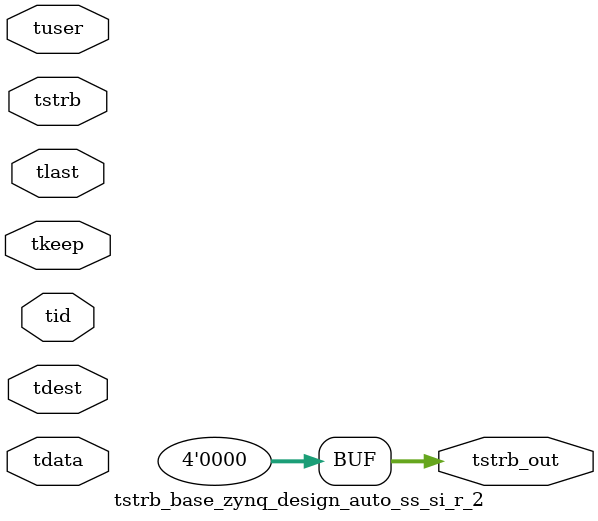
<source format=v>


`timescale 1ps/1ps

module tstrb_base_zynq_design_auto_ss_si_r_2 #
(
parameter C_S_AXIS_TDATA_WIDTH = 32,
parameter C_S_AXIS_TUSER_WIDTH = 0,
parameter C_S_AXIS_TID_WIDTH   = 0,
parameter C_S_AXIS_TDEST_WIDTH = 0,
parameter C_M_AXIS_TDATA_WIDTH = 32
)
(
input  [(C_S_AXIS_TDATA_WIDTH == 0 ? 1 : C_S_AXIS_TDATA_WIDTH)-1:0     ] tdata,
input  [(C_S_AXIS_TUSER_WIDTH == 0 ? 1 : C_S_AXIS_TUSER_WIDTH)-1:0     ] tuser,
input  [(C_S_AXIS_TID_WIDTH   == 0 ? 1 : C_S_AXIS_TID_WIDTH)-1:0       ] tid,
input  [(C_S_AXIS_TDEST_WIDTH == 0 ? 1 : C_S_AXIS_TDEST_WIDTH)-1:0     ] tdest,
input  [(C_S_AXIS_TDATA_WIDTH/8)-1:0 ] tkeep,
input  [(C_S_AXIS_TDATA_WIDTH/8)-1:0 ] tstrb,
input                                                                    tlast,
output [(C_M_AXIS_TDATA_WIDTH/8)-1:0 ] tstrb_out
);

assign tstrb_out = {1'b0};

endmodule


</source>
